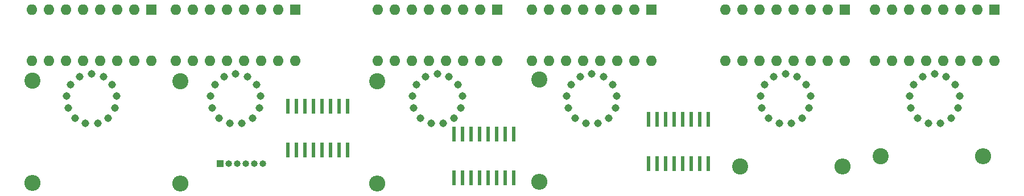
<source format=gbr>
%TF.GenerationSoftware,KiCad,Pcbnew,(6.0.6)*%
%TF.CreationDate,2023-12-25T11:13:00+01:00*%
%TF.ProjectId,nixieClockPCB,6e697869-6543-46c6-9f63-6b5043422e6b,rev?*%
%TF.SameCoordinates,Original*%
%TF.FileFunction,Soldermask,Bot*%
%TF.FilePolarity,Negative*%
%FSLAX46Y46*%
G04 Gerber Fmt 4.6, Leading zero omitted, Abs format (unit mm)*
G04 Created by KiCad (PCBNEW (6.0.6)) date 2023-12-25 11:13:00*
%MOMM*%
%LPD*%
G01*
G04 APERTURE LIST*
%ADD10C,2.400000*%
%ADD11O,2.400000X2.400000*%
%ADD12O,1.000000X1.000000*%
%ADD13R,1.000000X1.000000*%
%ADD14C,1.137920*%
%ADD15R,1.600000X1.600000*%
%ADD16O,1.600000X1.600000*%
%ADD17R,0.599440X2.199640*%
G04 APERTURE END LIST*
D10*
%TO.C,R2*%
X40650000Y-30080000D03*
D11*
X40650000Y-45320000D03*
%TD*%
D12*
%TO.C,J1*%
X52940000Y-42400000D03*
X51670000Y-42400000D03*
X50400000Y-42400000D03*
X49130000Y-42400000D03*
X47860000Y-42400000D03*
D13*
X46590000Y-42400000D03*
%TD*%
D10*
%TO.C,R3*%
X69950000Y-30080000D03*
D11*
X69950000Y-45320000D03*
%TD*%
D14*
%TO.C,N6*%
X154652929Y-29452191D03*
X151168049Y-29452191D03*
X155399689Y-35583751D03*
X149184309Y-32322391D03*
X150421289Y-35583751D03*
X152013869Y-36419411D03*
X153807109Y-36419411D03*
X149821849Y-30643451D03*
X156636669Y-32322391D03*
X155999129Y-30643451D03*
X152910489Y-29020391D03*
X156420769Y-34105471D03*
X149400209Y-34105471D03*
%TD*%
D15*
%TO.C,U5*%
X139585489Y-19474511D03*
D16*
X137045489Y-19474511D03*
X134505489Y-19474511D03*
X131965489Y-19474511D03*
X129425489Y-19474511D03*
X126885489Y-19474511D03*
X124345489Y-19474511D03*
X121805489Y-19474511D03*
X121805489Y-27094511D03*
X124345489Y-27094511D03*
X126885489Y-27094511D03*
X129425489Y-27094511D03*
X131965489Y-27094511D03*
X134505489Y-27094511D03*
X137045489Y-27094511D03*
X139585489Y-27094511D03*
%TD*%
D10*
%TO.C,R4*%
X94050000Y-29850000D03*
D11*
X94050000Y-45090000D03*
%TD*%
D14*
%TO.C,N3*%
X80652929Y-29452191D03*
X77168049Y-29452191D03*
X81399689Y-35583751D03*
X75184309Y-32322391D03*
X76421289Y-35583751D03*
X78013869Y-36419411D03*
X79807109Y-36419411D03*
X75821849Y-30643451D03*
X82636669Y-32322391D03*
X81999129Y-30643451D03*
X78910489Y-29020391D03*
X82420769Y-34105471D03*
X75400209Y-34105471D03*
%TD*%
%TO.C,N4*%
X103652929Y-29447920D03*
X100168049Y-29447920D03*
X104399689Y-35579480D03*
X98184309Y-32318120D03*
X99421289Y-35579480D03*
X101013869Y-36415140D03*
X102807109Y-36415140D03*
X98821849Y-30639180D03*
X105636669Y-32318120D03*
X104999129Y-30639180D03*
X101910489Y-29016120D03*
X105420769Y-34101200D03*
X98400209Y-34101200D03*
%TD*%
D15*
%TO.C,U4*%
X110785489Y-19470240D03*
D16*
X108245489Y-19470240D03*
X105705489Y-19470240D03*
X103165489Y-19470240D03*
X100625489Y-19470240D03*
X98085489Y-19470240D03*
X95545489Y-19470240D03*
X93005489Y-19470240D03*
X93005489Y-27090240D03*
X95545489Y-27090240D03*
X98085489Y-27090240D03*
X100625489Y-27090240D03*
X103165489Y-27090240D03*
X105705489Y-27090240D03*
X108245489Y-27090240D03*
X110785489Y-27090240D03*
%TD*%
D15*
%TO.C,U3*%
X87785489Y-19474511D03*
D16*
X85245489Y-19474511D03*
X82705489Y-19474511D03*
X80165489Y-19474511D03*
X77625489Y-19474511D03*
X75085489Y-19474511D03*
X72545489Y-19474511D03*
X70005489Y-19474511D03*
X70005489Y-27094511D03*
X72545489Y-27094511D03*
X75085489Y-27094511D03*
X77625489Y-27094511D03*
X80165489Y-27094511D03*
X82705489Y-27094511D03*
X85245489Y-27094511D03*
X87785489Y-27094511D03*
%TD*%
D15*
%TO.C,U2*%
X57785489Y-19474511D03*
D16*
X55245489Y-19474511D03*
X52705489Y-19474511D03*
X50165489Y-19474511D03*
X47625489Y-19474511D03*
X45085489Y-19474511D03*
X42545489Y-19474511D03*
X40005489Y-19474511D03*
X40005489Y-27094511D03*
X42545489Y-27094511D03*
X45085489Y-27094511D03*
X47625489Y-27094511D03*
X50165489Y-27094511D03*
X52705489Y-27094511D03*
X55245489Y-27094511D03*
X57785489Y-27094511D03*
%TD*%
D15*
%TO.C,U1*%
X36325000Y-19470240D03*
D16*
X33785000Y-19470240D03*
X31245000Y-19470240D03*
X28705000Y-19470240D03*
X26165000Y-19470240D03*
X23625000Y-19470240D03*
X21085000Y-19470240D03*
X18545000Y-19470240D03*
X18545000Y-27090240D03*
X21085000Y-27090240D03*
X23625000Y-27090240D03*
X26165000Y-27090240D03*
X28705000Y-27090240D03*
X31245000Y-27090240D03*
X33785000Y-27090240D03*
X36325000Y-27090240D03*
%TD*%
D10*
%TO.C,R1*%
X18650000Y-30050000D03*
D11*
X18650000Y-45290000D03*
%TD*%
D15*
%TO.C,U6*%
X161785489Y-19474511D03*
D16*
X159245489Y-19474511D03*
X156705489Y-19474511D03*
X154165489Y-19474511D03*
X151625489Y-19474511D03*
X149085489Y-19474511D03*
X146545489Y-19474511D03*
X144005489Y-19474511D03*
X144005489Y-27094511D03*
X146545489Y-27094511D03*
X149085489Y-27094511D03*
X151625489Y-27094511D03*
X154165489Y-27094511D03*
X156705489Y-27094511D03*
X159245489Y-27094511D03*
X161785489Y-27094511D03*
%TD*%
D14*
%TO.C,N1*%
X29192440Y-29447920D03*
X25707560Y-29447920D03*
X29939200Y-35579480D03*
X23723820Y-32318120D03*
X24960800Y-35579480D03*
X26553380Y-36415140D03*
X28346620Y-36415140D03*
X24361360Y-30639180D03*
X31176180Y-32318120D03*
X30538640Y-30639180D03*
X27450000Y-29016120D03*
X30960280Y-34101200D03*
X23939720Y-34101200D03*
%TD*%
D10*
%TO.C,R6*%
X144880000Y-41300000D03*
D11*
X160120000Y-41300000D03*
%TD*%
D10*
%TO.C,R5*%
X124000000Y-42800000D03*
D11*
X139240000Y-42800000D03*
%TD*%
D14*
%TO.C,N2*%
X50652929Y-29452191D03*
X47168049Y-29452191D03*
X51399689Y-35583751D03*
X45184309Y-32322391D03*
X46421289Y-35583751D03*
X48013869Y-36419411D03*
X49807109Y-36419411D03*
X45821849Y-30643451D03*
X52636669Y-32322391D03*
X51999129Y-30643451D03*
X48910489Y-29020391D03*
X52420769Y-34105471D03*
X45400209Y-34105471D03*
%TD*%
%TO.C,N5*%
X132452929Y-29452191D03*
X128968049Y-29452191D03*
X133199689Y-35583751D03*
X126984309Y-32322391D03*
X128221289Y-35583751D03*
X129813869Y-36419411D03*
X131607109Y-36419411D03*
X127621849Y-30643451D03*
X134436669Y-32322391D03*
X133799129Y-30643451D03*
X130710489Y-29020391D03*
X134220769Y-34105471D03*
X127200209Y-34105471D03*
%TD*%
D17*
%TO.C,U8*%
X81355000Y-37950540D03*
X82625000Y-37950540D03*
X83895000Y-37950540D03*
X85165000Y-37950540D03*
X86435000Y-37950540D03*
X87705000Y-37950540D03*
X88975000Y-37950540D03*
X90245000Y-37950540D03*
X90245000Y-44549460D03*
X88975000Y-44549460D03*
X87705000Y-44549460D03*
X86435000Y-44549460D03*
X85165000Y-44549460D03*
X83895000Y-44549460D03*
X82625000Y-44549460D03*
X81355000Y-44549460D03*
%TD*%
%TO.C,U9*%
X110355000Y-35800540D03*
X111625000Y-35800540D03*
X112895000Y-35800540D03*
X114165000Y-35800540D03*
X115435000Y-35800540D03*
X116705000Y-35800540D03*
X117975000Y-35800540D03*
X119245000Y-35800540D03*
X119245000Y-42399460D03*
X117975000Y-42399460D03*
X116705000Y-42399460D03*
X115435000Y-42399460D03*
X114165000Y-42399460D03*
X112895000Y-42399460D03*
X111625000Y-42399460D03*
X110355000Y-42399460D03*
%TD*%
%TO.C,U7*%
X56692350Y-33800540D03*
X57962350Y-33800540D03*
X59232350Y-33800540D03*
X60502350Y-33800540D03*
X61772350Y-33800540D03*
X63042350Y-33800540D03*
X64312350Y-33800540D03*
X65582350Y-33800540D03*
X65582350Y-40399460D03*
X64312350Y-40399460D03*
X63042350Y-40399460D03*
X61772350Y-40399460D03*
X60502350Y-40399460D03*
X59232350Y-40399460D03*
X57962350Y-40399460D03*
X56692350Y-40399460D03*
%TD*%
M02*

</source>
